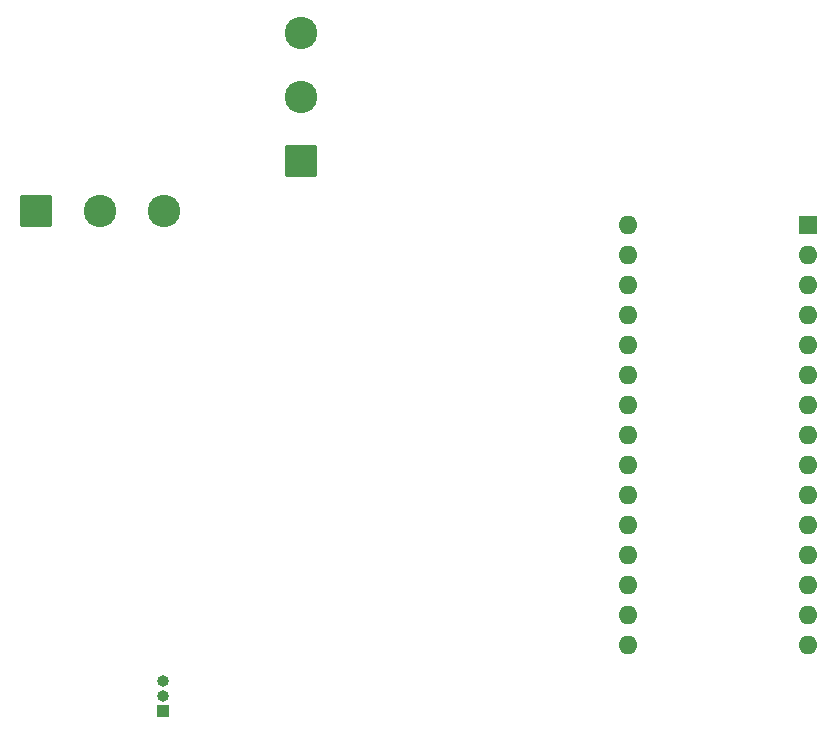
<source format=gbr>
%TF.GenerationSoftware,KiCad,Pcbnew,7.0.7-rc1*%
%TF.CreationDate,2024-03-12T16:47:17-04:00*%
%TF.ProjectId,Moving,4d6f7669-6e67-42e6-9b69-6361645f7063,rev?*%
%TF.SameCoordinates,Original*%
%TF.FileFunction,Soldermask,Top*%
%TF.FilePolarity,Negative*%
%FSLAX46Y46*%
G04 Gerber Fmt 4.6, Leading zero omitted, Abs format (unit mm)*
G04 Created by KiCad (PCBNEW 7.0.7-rc1) date 2024-03-12 16:47:17*
%MOMM*%
%LPD*%
G01*
G04 APERTURE LIST*
G04 Aperture macros list*
%AMRoundRect*
0 Rectangle with rounded corners*
0 $1 Rounding radius*
0 $2 $3 $4 $5 $6 $7 $8 $9 X,Y pos of 4 corners*
0 Add a 4 corners polygon primitive as box body*
4,1,4,$2,$3,$4,$5,$6,$7,$8,$9,$2,$3,0*
0 Add four circle primitives for the rounded corners*
1,1,$1+$1,$2,$3*
1,1,$1+$1,$4,$5*
1,1,$1+$1,$6,$7*
1,1,$1+$1,$8,$9*
0 Add four rect primitives between the rounded corners*
20,1,$1+$1,$2,$3,$4,$5,0*
20,1,$1+$1,$4,$5,$6,$7,0*
20,1,$1+$1,$6,$7,$8,$9,0*
20,1,$1+$1,$8,$9,$2,$3,0*%
G04 Aperture macros list end*
%ADD10RoundRect,0.250000X1.125000X-1.125000X1.125000X1.125000X-1.125000X1.125000X-1.125000X-1.125000X0*%
%ADD11C,2.750000*%
%ADD12R,1.000000X1.000000*%
%ADD13O,1.000000X1.000000*%
%ADD14RoundRect,0.250000X-1.125000X-1.125000X1.125000X-1.125000X1.125000X1.125000X-1.125000X1.125000X0*%
%ADD15R,1.600000X1.600000*%
%ADD16O,1.600000X1.600000*%
G04 APERTURE END LIST*
D10*
%TO.C,J8*%
X130500000Y-66500000D03*
D11*
X130500000Y-61100000D03*
X130500000Y-55700000D03*
%TD*%
D12*
%TO.C,J2*%
X118800000Y-113040000D03*
D13*
X118800000Y-111770000D03*
X118800000Y-110500000D03*
%TD*%
D14*
%TO.C,J6*%
X108100000Y-70700000D03*
D11*
X113500000Y-70700000D03*
X118900000Y-70700000D03*
%TD*%
D15*
%TO.C,A1*%
X173425000Y-71890000D03*
D16*
X173425000Y-74430000D03*
X173425000Y-76970000D03*
X173425000Y-79510000D03*
X173425000Y-82050000D03*
X173425000Y-84590000D03*
X173425000Y-87130000D03*
X173425000Y-89670000D03*
X173425000Y-92210000D03*
X173425000Y-94750000D03*
X173425000Y-97290000D03*
X173425000Y-99830000D03*
X173425000Y-102370000D03*
X173425000Y-104910000D03*
X173425000Y-107450000D03*
X158185000Y-107450000D03*
X158185000Y-104910000D03*
X158185000Y-102370000D03*
X158185000Y-99830000D03*
X158185000Y-97290000D03*
X158185000Y-94750000D03*
X158185000Y-92210000D03*
X158185000Y-89670000D03*
X158185000Y-87130000D03*
X158185000Y-84590000D03*
X158185000Y-82050000D03*
X158185000Y-79510000D03*
X158185000Y-76970000D03*
X158185000Y-74430000D03*
X158185000Y-71890000D03*
%TD*%
M02*

</source>
